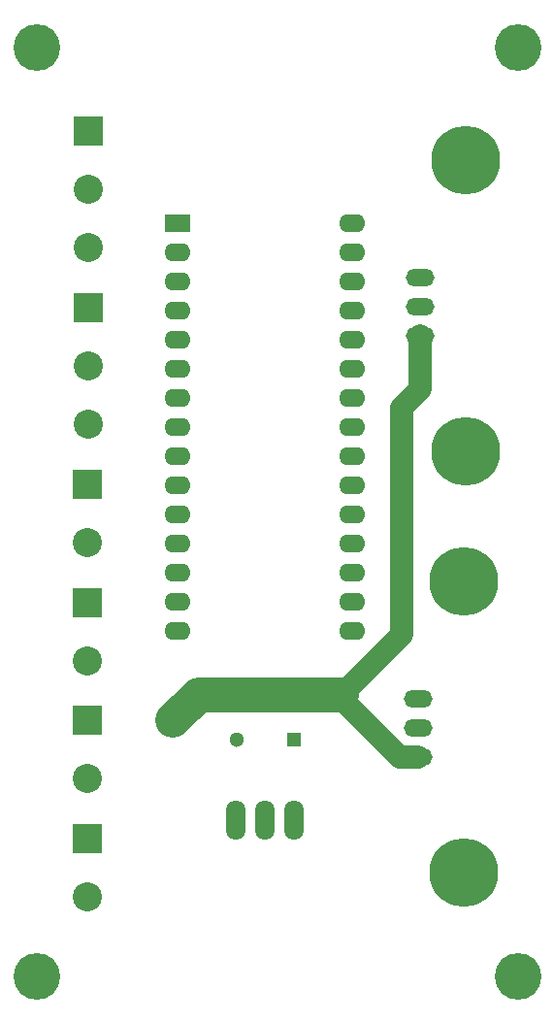
<source format=gbr>
G04 #@! TF.FileFunction,Copper,L1,Top,Signal*
%FSLAX46Y46*%
G04 Gerber Fmt 4.6, Leading zero omitted, Abs format (unit mm)*
G04 Created by KiCad (PCBNEW 4.0.4+e1-6308~48~ubuntu16.04.1-stable) date Fri Nov 18 09:56:43 2016*
%MOMM*%
%LPD*%
G01*
G04 APERTURE LIST*
%ADD10C,0.100000*%
%ADD11R,2.540000X2.540000*%
%ADD12C,2.540000*%
%ADD13C,5.999480*%
%ADD14R,2.286000X1.574800*%
%ADD15O,2.286000X1.574800*%
%ADD16O,2.499360X1.501140*%
%ADD17O,1.699260X3.500120*%
%ADD18C,4.064000*%
%ADD19R,1.300000X1.300000*%
%ADD20C,1.300000*%
%ADD21C,0.600000*%
%ADD22C,3.048000*%
%ADD23C,2.032000*%
G04 APERTURE END LIST*
D10*
D11*
X69461380Y-69062600D03*
D12*
X69461380Y-74142600D03*
D13*
X102278180Y-102958900D03*
X102278180Y-77558900D03*
D14*
X77322680Y-46342300D03*
D15*
X77322680Y-48882300D03*
X77322680Y-51422300D03*
X77322680Y-53962300D03*
X77322680Y-56502300D03*
X77322680Y-59042300D03*
X77322680Y-61582300D03*
X77322680Y-64122300D03*
X77322680Y-66662300D03*
X77322680Y-69202300D03*
X77322680Y-71742300D03*
X77322680Y-74282300D03*
X77322680Y-76822300D03*
X77322680Y-79362300D03*
X77322680Y-81902300D03*
X92562680Y-81902300D03*
X92562680Y-79362300D03*
X92562680Y-76822300D03*
X92562680Y-74282300D03*
X92562680Y-71742300D03*
X92562680Y-69202300D03*
X92562680Y-66662300D03*
X92562680Y-64122300D03*
X92562680Y-61582300D03*
X92562680Y-59042300D03*
X92562680Y-56502300D03*
X92562680Y-53962300D03*
X92562680Y-51422300D03*
X92562680Y-48882300D03*
X92562680Y-46342300D03*
D11*
X69486780Y-53670200D03*
D12*
X69486780Y-58750200D03*
X69486780Y-63830200D03*
D11*
X69423280Y-89687400D03*
D12*
X69423280Y-94767400D03*
D11*
X69486780Y-38227000D03*
D12*
X69486780Y-43307000D03*
X69486780Y-48387000D03*
D16*
X98455480Y-53583840D03*
X98455480Y-51043840D03*
X98455480Y-56123840D03*
X98328480Y-90322400D03*
X98328480Y-87782400D03*
X98328480Y-92862400D03*
D17*
X84942680Y-98348800D03*
X82402680Y-98348800D03*
X87482680Y-98348800D03*
D13*
X102417880Y-40805100D03*
X102417880Y-66205100D03*
D18*
X107000000Y-31000000D03*
X107000000Y-112000000D03*
X65000000Y-112000000D03*
X65000000Y-31000000D03*
D19*
X87508080Y-91363800D03*
D20*
X82508080Y-91363800D03*
D11*
X69435980Y-79387700D03*
D12*
X69435980Y-84467700D03*
D11*
X69410580Y-100025200D03*
D12*
X69410580Y-105105200D03*
D21*
X76906120Y-89682320D03*
X69435980Y-79387700D03*
D22*
X91577160Y-87452200D02*
X79136240Y-87452200D01*
X79136240Y-87452200D02*
X76906120Y-89682320D01*
D23*
X98455480Y-56123840D02*
X98455480Y-60756800D01*
X96845120Y-82184240D02*
X91577160Y-87452200D01*
X91577160Y-87452200D02*
X91434920Y-87594440D01*
X96845120Y-62367160D02*
X96845120Y-82184240D01*
X98455480Y-60756800D02*
X96845120Y-62367160D01*
X98328480Y-92862400D02*
X96702880Y-92862400D01*
X96702880Y-92862400D02*
X91434920Y-87594440D01*
M02*

</source>
